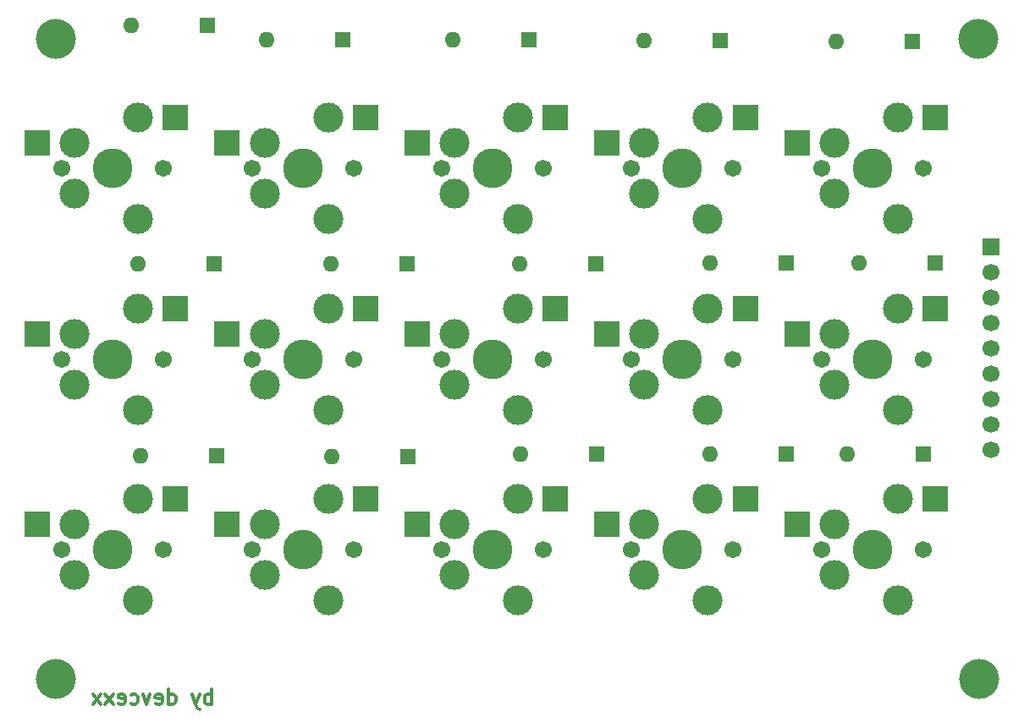
<source format=gbs>
G04 #@! TF.GenerationSoftware,KiCad,Pcbnew,9.0.1*
G04 #@! TF.CreationDate,2025-04-27T05:08:37+02:00*
G04 #@! TF.ProjectId,testing-split-kb-3w-guard-pours,74657374-696e-4672-9d73-706c69742d6b,rev?*
G04 #@! TF.SameCoordinates,Original*
G04 #@! TF.FileFunction,Soldermask,Bot*
G04 #@! TF.FilePolarity,Negative*
%FSLAX46Y46*%
G04 Gerber Fmt 4.6, Leading zero omitted, Abs format (unit mm)*
G04 Created by KiCad (PCBNEW 9.0.1) date 2025-04-27 05:08:37*
%MOMM*%
%LPD*%
G01*
G04 APERTURE LIST*
%ADD10C,0.300000*%
%ADD11R,1.600000X1.600000*%
%ADD12O,1.600000X1.600000*%
%ADD13C,4.000000*%
%ADD14C,1.701800*%
%ADD15C,3.000000*%
%ADD16C,3.987800*%
%ADD17R,2.550000X2.500000*%
%ADD18R,1.700000X1.700000*%
%ADD19C,1.700000*%
G04 APERTURE END LIST*
D10*
X99895489Y-103655828D02*
X99895489Y-102155828D01*
X99895489Y-102727257D02*
X99752632Y-102655828D01*
X99752632Y-102655828D02*
X99466917Y-102655828D01*
X99466917Y-102655828D02*
X99324060Y-102727257D01*
X99324060Y-102727257D02*
X99252632Y-102798685D01*
X99252632Y-102798685D02*
X99181203Y-102941542D01*
X99181203Y-102941542D02*
X99181203Y-103370114D01*
X99181203Y-103370114D02*
X99252632Y-103512971D01*
X99252632Y-103512971D02*
X99324060Y-103584400D01*
X99324060Y-103584400D02*
X99466917Y-103655828D01*
X99466917Y-103655828D02*
X99752632Y-103655828D01*
X99752632Y-103655828D02*
X99895489Y-103584400D01*
X98681203Y-102655828D02*
X98324060Y-103655828D01*
X97966917Y-102655828D02*
X98324060Y-103655828D01*
X98324060Y-103655828D02*
X98466917Y-104012971D01*
X98466917Y-104012971D02*
X98538346Y-104084400D01*
X98538346Y-104084400D02*
X98681203Y-104155828D01*
X95609775Y-103655828D02*
X95609775Y-102155828D01*
X95609775Y-103584400D02*
X95752632Y-103655828D01*
X95752632Y-103655828D02*
X96038346Y-103655828D01*
X96038346Y-103655828D02*
X96181203Y-103584400D01*
X96181203Y-103584400D02*
X96252632Y-103512971D01*
X96252632Y-103512971D02*
X96324060Y-103370114D01*
X96324060Y-103370114D02*
X96324060Y-102941542D01*
X96324060Y-102941542D02*
X96252632Y-102798685D01*
X96252632Y-102798685D02*
X96181203Y-102727257D01*
X96181203Y-102727257D02*
X96038346Y-102655828D01*
X96038346Y-102655828D02*
X95752632Y-102655828D01*
X95752632Y-102655828D02*
X95609775Y-102727257D01*
X94324060Y-103584400D02*
X94466917Y-103655828D01*
X94466917Y-103655828D02*
X94752632Y-103655828D01*
X94752632Y-103655828D02*
X94895489Y-103584400D01*
X94895489Y-103584400D02*
X94966917Y-103441542D01*
X94966917Y-103441542D02*
X94966917Y-102870114D01*
X94966917Y-102870114D02*
X94895489Y-102727257D01*
X94895489Y-102727257D02*
X94752632Y-102655828D01*
X94752632Y-102655828D02*
X94466917Y-102655828D01*
X94466917Y-102655828D02*
X94324060Y-102727257D01*
X94324060Y-102727257D02*
X94252632Y-102870114D01*
X94252632Y-102870114D02*
X94252632Y-103012971D01*
X94252632Y-103012971D02*
X94966917Y-103155828D01*
X93752632Y-102655828D02*
X93395489Y-103655828D01*
X93395489Y-103655828D02*
X93038346Y-102655828D01*
X91824061Y-103584400D02*
X91966918Y-103655828D01*
X91966918Y-103655828D02*
X92252632Y-103655828D01*
X92252632Y-103655828D02*
X92395489Y-103584400D01*
X92395489Y-103584400D02*
X92466918Y-103512971D01*
X92466918Y-103512971D02*
X92538346Y-103370114D01*
X92538346Y-103370114D02*
X92538346Y-102941542D01*
X92538346Y-102941542D02*
X92466918Y-102798685D01*
X92466918Y-102798685D02*
X92395489Y-102727257D01*
X92395489Y-102727257D02*
X92252632Y-102655828D01*
X92252632Y-102655828D02*
X91966918Y-102655828D01*
X91966918Y-102655828D02*
X91824061Y-102727257D01*
X90609775Y-103584400D02*
X90752632Y-103655828D01*
X90752632Y-103655828D02*
X91038347Y-103655828D01*
X91038347Y-103655828D02*
X91181204Y-103584400D01*
X91181204Y-103584400D02*
X91252632Y-103441542D01*
X91252632Y-103441542D02*
X91252632Y-102870114D01*
X91252632Y-102870114D02*
X91181204Y-102727257D01*
X91181204Y-102727257D02*
X91038347Y-102655828D01*
X91038347Y-102655828D02*
X90752632Y-102655828D01*
X90752632Y-102655828D02*
X90609775Y-102727257D01*
X90609775Y-102727257D02*
X90538347Y-102870114D01*
X90538347Y-102870114D02*
X90538347Y-103012971D01*
X90538347Y-103012971D02*
X91252632Y-103155828D01*
X90038347Y-103655828D02*
X89252633Y-102655828D01*
X90038347Y-102655828D02*
X89252633Y-103655828D01*
X88824061Y-103655828D02*
X88038347Y-102655828D01*
X88824061Y-102655828D02*
X88038347Y-103655828D01*
D11*
G04 #@! TO.C,D5*
X170000000Y-37300000D03*
D12*
X162380000Y-37300000D03*
G04 #@! TD*
D13*
G04 #@! TO.C,*
X84300000Y-101100000D03*
G04 #@! TD*
D14*
G04 #@! TO.C,SW11*
X84920000Y-88140000D03*
D15*
X86190000Y-85600000D03*
X86190000Y-90680000D03*
D16*
X90000000Y-88140000D03*
D15*
X92540000Y-83060000D03*
X92540000Y-93220000D03*
D14*
X95080000Y-88140000D03*
D17*
X96290000Y-83060000D03*
X82440000Y-85600000D03*
G04 #@! TD*
D14*
G04 #@! TO.C,SW15*
X160920000Y-88140000D03*
D15*
X162190000Y-85600000D03*
X162190000Y-90680000D03*
D16*
X166000000Y-88140000D03*
D15*
X168540000Y-83060000D03*
X168540000Y-93220000D03*
D14*
X171080000Y-88140000D03*
D17*
X172290000Y-83060000D03*
X158440000Y-85600000D03*
G04 #@! TD*
D14*
G04 #@! TO.C,SW1*
X84920000Y-50000000D03*
D15*
X86190000Y-47460000D03*
X86190000Y-52540000D03*
D16*
X90000000Y-50000000D03*
D15*
X92540000Y-44920000D03*
X92540000Y-55080000D03*
D14*
X95080000Y-50000000D03*
D17*
X96290000Y-44920000D03*
X82440000Y-47460000D03*
G04 #@! TD*
D14*
G04 #@! TO.C,SW5*
X160920000Y-50000000D03*
D15*
X162190000Y-47460000D03*
X162190000Y-52540000D03*
D16*
X166000000Y-50000000D03*
D15*
X168540000Y-44920000D03*
X168540000Y-55080000D03*
D14*
X171080000Y-50000000D03*
D17*
X172290000Y-44920000D03*
X158440000Y-47460000D03*
G04 #@! TD*
D14*
G04 #@! TO.C,SW2*
X103920000Y-50000000D03*
D15*
X105190000Y-47460000D03*
X105190000Y-52540000D03*
D16*
X109000000Y-50000000D03*
D15*
X111540000Y-44920000D03*
X111540000Y-55080000D03*
D14*
X114080000Y-50000000D03*
D17*
X115290000Y-44920000D03*
X101440000Y-47460000D03*
G04 #@! TD*
D11*
G04 #@! TO.C,D6*
X100110000Y-59600000D03*
D12*
X92490000Y-59600000D03*
G04 #@! TD*
D11*
G04 #@! TO.C,D7*
X119410000Y-59600000D03*
D12*
X111790000Y-59600000D03*
G04 #@! TD*
D11*
G04 #@! TO.C,D14*
X157410000Y-78600000D03*
D12*
X149790000Y-78600000D03*
G04 #@! TD*
D14*
G04 #@! TO.C,SW9*
X141920000Y-69100000D03*
D15*
X143190000Y-66560000D03*
X143190000Y-71640000D03*
D16*
X147000000Y-69100000D03*
D15*
X149540000Y-64020000D03*
X149540000Y-74180000D03*
D14*
X152080000Y-69100000D03*
D17*
X153290000Y-64020000D03*
X139440000Y-66560000D03*
G04 #@! TD*
D14*
G04 #@! TO.C,SW14*
X141920000Y-88140000D03*
D15*
X143190000Y-85600000D03*
X143190000Y-90680000D03*
D16*
X147000000Y-88140000D03*
D15*
X149540000Y-83060000D03*
X149540000Y-93220000D03*
D14*
X152080000Y-88140000D03*
D17*
X153290000Y-83060000D03*
X139440000Y-85600000D03*
G04 #@! TD*
D11*
G04 #@! TO.C,D4*
X150800000Y-37200000D03*
D12*
X143180000Y-37200000D03*
G04 #@! TD*
D11*
G04 #@! TO.C,D8*
X138300000Y-59600000D03*
D12*
X130680000Y-59600000D03*
G04 #@! TD*
D14*
G04 #@! TO.C,SW4*
X141920000Y-50000000D03*
D15*
X143190000Y-47460000D03*
X143190000Y-52540000D03*
D16*
X147000000Y-50000000D03*
D15*
X149540000Y-44920000D03*
X149540000Y-55080000D03*
D14*
X152080000Y-50000000D03*
D17*
X153290000Y-44920000D03*
X139440000Y-47460000D03*
G04 #@! TD*
D14*
G04 #@! TO.C,SW6*
X84920000Y-69100000D03*
D15*
X86190000Y-66560000D03*
X86190000Y-71640000D03*
D16*
X90000000Y-69100000D03*
D15*
X92540000Y-64020000D03*
X92540000Y-74180000D03*
D14*
X95080000Y-69100000D03*
D17*
X96290000Y-64020000D03*
X82440000Y-66560000D03*
G04 #@! TD*
D11*
G04 #@! TO.C,D9*
X157410000Y-59500000D03*
D12*
X149790000Y-59500000D03*
G04 #@! TD*
D14*
G04 #@! TO.C,SW8*
X122920000Y-69100000D03*
D15*
X124190000Y-66560000D03*
X124190000Y-71640000D03*
D16*
X128000000Y-69100000D03*
D15*
X130540000Y-64020000D03*
X130540000Y-74180000D03*
D14*
X133080000Y-69100000D03*
D17*
X134290000Y-64020000D03*
X120440000Y-66560000D03*
G04 #@! TD*
D14*
G04 #@! TO.C,SW7*
X103920000Y-69100000D03*
D15*
X105190000Y-66560000D03*
X105190000Y-71640000D03*
D16*
X109000000Y-69100000D03*
D15*
X111540000Y-64020000D03*
X111540000Y-74180000D03*
D14*
X114080000Y-69100000D03*
D17*
X115290000Y-64020000D03*
X101440000Y-66560000D03*
G04 #@! TD*
D13*
G04 #@! TO.C,*
X176600000Y-37000000D03*
G04 #@! TD*
D14*
G04 #@! TO.C,SW10*
X160920000Y-69100000D03*
D15*
X162190000Y-66560000D03*
X162190000Y-71640000D03*
D16*
X166000000Y-69100000D03*
D15*
X168540000Y-64020000D03*
X168540000Y-74180000D03*
D14*
X171080000Y-69100000D03*
D17*
X172290000Y-64020000D03*
X158440000Y-66560000D03*
G04 #@! TD*
D13*
G04 #@! TO.C,*
X176650000Y-101100000D03*
G04 #@! TD*
D11*
G04 #@! TO.C,D3*
X131600000Y-37100000D03*
D12*
X123980000Y-37100000D03*
G04 #@! TD*
D11*
G04 #@! TO.C,D12*
X119510000Y-78900000D03*
D12*
X111890000Y-78900000D03*
G04 #@! TD*
D13*
G04 #@! TO.C,*
X84300000Y-37000000D03*
G04 #@! TD*
D18*
G04 #@! TO.C,J1*
X177900000Y-57860000D03*
D19*
X177900000Y-60400000D03*
X177900000Y-62940000D03*
X177900000Y-65480000D03*
X177900000Y-68020000D03*
X177900000Y-70560000D03*
X177900000Y-73100000D03*
X177900000Y-75640000D03*
X177900000Y-78180000D03*
G04 #@! TD*
D14*
G04 #@! TO.C,SW13*
X122920000Y-88140000D03*
D15*
X124190000Y-85600000D03*
X124190000Y-90680000D03*
D16*
X128000000Y-88140000D03*
D15*
X130540000Y-83060000D03*
X130540000Y-93220000D03*
D14*
X133080000Y-88140000D03*
D17*
X134290000Y-83060000D03*
X120440000Y-85600000D03*
G04 #@! TD*
D11*
G04 #@! TO.C,D11*
X100410000Y-78800000D03*
D12*
X92790000Y-78800000D03*
G04 #@! TD*
D11*
G04 #@! TO.C,D1*
X99510000Y-35650000D03*
D12*
X91890000Y-35650000D03*
G04 #@! TD*
D11*
G04 #@! TO.C,D15*
X171110000Y-78600000D03*
D12*
X163490000Y-78600000D03*
G04 #@! TD*
D14*
G04 #@! TO.C,SW12*
X103920000Y-88140000D03*
D15*
X105190000Y-85600000D03*
X105190000Y-90680000D03*
D16*
X109000000Y-88140000D03*
D15*
X111540000Y-83060000D03*
X111540000Y-93220000D03*
D14*
X114080000Y-88140000D03*
D17*
X115290000Y-83060000D03*
X101440000Y-85600000D03*
G04 #@! TD*
D11*
G04 #@! TO.C,D13*
X138410000Y-78600000D03*
D12*
X130790000Y-78600000D03*
G04 #@! TD*
D11*
G04 #@! TO.C,D2*
X113000000Y-37100000D03*
D12*
X105380000Y-37100000D03*
G04 #@! TD*
D11*
G04 #@! TO.C,D10*
X172300000Y-59450000D03*
D12*
X164680000Y-59450000D03*
G04 #@! TD*
D14*
G04 #@! TO.C,SW3*
X122920000Y-50000000D03*
D15*
X124190000Y-47460000D03*
X124190000Y-52540000D03*
D16*
X128000000Y-50000000D03*
D15*
X130540000Y-44920000D03*
X130540000Y-55080000D03*
D14*
X133080000Y-50000000D03*
D17*
X134290000Y-44920000D03*
X120440000Y-47460000D03*
G04 #@! TD*
M02*

</source>
